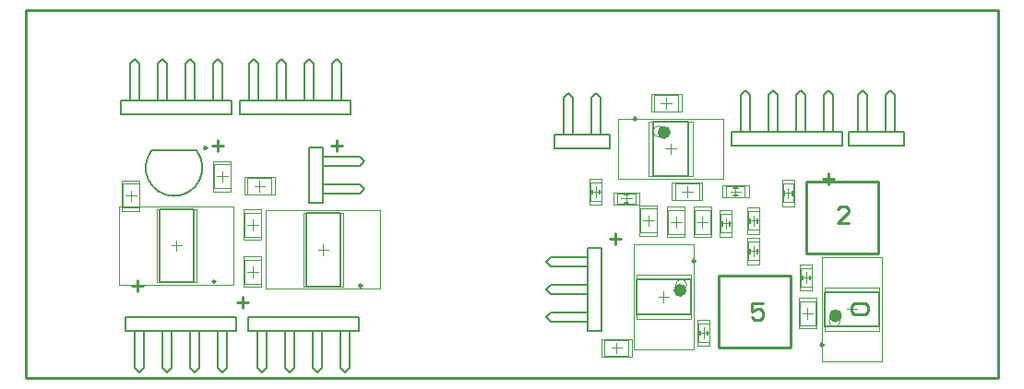
<source format=gto>
G04 Layer_Color=65535*
%FSLAX25Y25*%
%MOIN*%
G70*
G01*
G75*
%ADD18C,0.01000*%
%ADD19C,0.00394*%
%ADD20C,0.00197*%
%ADD25C,0.00984*%
%ADD26C,0.00787*%
%ADD27C,0.02362*%
D18*
X632501Y167000D02*
Y170999D01*
X630501Y168999D02*
X634500D01*
X453000Y180999D02*
X456999D01*
X454999Y182998D02*
Y179000D01*
X381000Y130499D02*
X384999D01*
X382999Y132498D02*
Y128500D01*
X410000Y180999D02*
X413999D01*
X411999Y182998D02*
Y179000D01*
X419000Y124499D02*
X422999D01*
X420999Y126498D02*
Y122500D01*
X641002Y122999D02*
Y121000D01*
X642002Y120000D01*
X646000D01*
X647000Y121000D01*
Y122999D01*
X646000Y123999D01*
X642002D01*
X641002Y122999D01*
X608999Y123998D02*
X605000D01*
Y120999D01*
X606999Y121999D01*
X607999D01*
X608999Y120999D01*
Y119000D01*
X607999Y118000D01*
X606000D01*
X605000Y119000D01*
X639999Y153000D02*
X636000D01*
X639999Y156999D01*
Y157998D01*
X638999Y158998D01*
X637000D01*
X636000Y157998D01*
X555499Y149500D02*
Y145501D01*
X557498Y147501D02*
X553500D01*
X593000Y134000D02*
X619000D01*
X593000Y108000D02*
Y134000D01*
Y108000D02*
X618992D01*
Y133992D01*
X624500Y142000D02*
Y168000D01*
Y142000D02*
X650500D01*
Y167992D01*
X624508D02*
X650500D01*
X342500Y97000D02*
X429000D01*
X342500Y230000D02*
X694000D01*
Y97000D02*
Y230000D01*
X429000Y97000D02*
X694000D01*
X342500D02*
Y230000D01*
D19*
X388000Y179500D02*
G03*
X404133Y179500I8066J-6302D01*
G01*
X387934Y179799D02*
X404066D01*
X573138Y186299D02*
G03*
X573138Y186299I-1969J0D01*
G01*
X581268Y130831D02*
G03*
X581268Y130831I-1969J0D01*
G01*
X636669Y117669D02*
G03*
X636669Y117669I-1969J0D01*
G01*
X457283Y130311D02*
Y156689D01*
X442717Y130311D02*
Y156689D01*
Y130311D02*
X457283D01*
X442717Y156689D02*
X457283D01*
X404283Y131811D02*
Y158189D01*
X389717Y131811D02*
Y158189D01*
Y131811D02*
X404283D01*
X389717Y158189D02*
X404283D01*
X431331Y163646D02*
Y169354D01*
X422669Y163646D02*
Y169354D01*
Y163646D02*
X431331D01*
X422669Y169354D02*
X431331D01*
X410646Y174331D02*
X416354D01*
X410646Y165669D02*
X416354D01*
Y174331D01*
X410646Y165669D02*
Y174331D01*
X377646Y167331D02*
X383354D01*
X377646Y158669D02*
X383354D01*
Y167331D01*
X377646Y158669D02*
Y167331D01*
X421646Y139831D02*
X427354D01*
X421646Y131169D02*
X427354D01*
Y139831D01*
X421646Y131169D02*
Y139831D01*
Y156831D02*
X427354D01*
X421646Y148169D02*
X427354D01*
Y156831D01*
X421646Y148169D02*
Y156831D01*
X622146Y124831D02*
X627854D01*
X622146Y116169D02*
X627854D01*
Y124831D01*
X622146Y116169D02*
Y124831D01*
X551669Y105146D02*
Y110854D01*
X560331Y105146D02*
Y110854D01*
X551669D02*
X560331D01*
X551669Y105146D02*
X560331D01*
X569569Y193646D02*
Y199354D01*
X578231Y193646D02*
Y199354D01*
X569569D02*
X578231D01*
X569569Y193646D02*
X578231D01*
X589854Y149169D02*
Y157831D01*
X584146Y149169D02*
Y157831D01*
X589854D01*
X584146Y149169D02*
X589854D01*
X546630Y167846D02*
X550370D01*
X546630Y161154D02*
X550370D01*
Y167846D01*
X546630Y161154D02*
Y167846D01*
X574646Y149169D02*
Y157831D01*
X580354Y149169D02*
Y157831D01*
X574646Y149169D02*
X580354D01*
X574646Y157831D02*
X580354D01*
X577169Y161646D02*
X585831D01*
X577169Y167354D02*
X585831D01*
Y161646D02*
Y167354D01*
X577169Y161646D02*
Y167354D01*
X564646Y149669D02*
Y158331D01*
X570354Y149669D02*
Y158331D01*
X564646Y149669D02*
X570354D01*
X564646Y158331D02*
X570354D01*
X567626Y170157D02*
Y189843D01*
X583374Y170157D02*
Y189843D01*
X567626D02*
X583374D01*
X567626Y170157D02*
X583374D01*
X563157Y134374D02*
X582843D01*
X563157Y118626D02*
X582843D01*
Y134374D01*
X563157Y118626D02*
Y134374D01*
X631157Y114126D02*
X650843D01*
X631157Y129874D02*
X650843D01*
X631157Y114126D02*
Y129874D01*
X650843Y114126D02*
Y129874D01*
X593630Y149654D02*
X597370D01*
X593630Y156346D02*
X597370D01*
X593630Y149654D02*
Y156346D01*
X597370Y149654D02*
Y156346D01*
X562846Y160130D02*
Y163870D01*
X556154Y160130D02*
Y163870D01*
Y160130D02*
X562846D01*
X556154Y163870D02*
X562846D01*
X595654Y162630D02*
Y166370D01*
X602346Y162630D02*
Y166370D01*
X595654D02*
X602346D01*
X595654Y162630D02*
X602346D01*
X603630Y146346D02*
X607370D01*
X603630Y139654D02*
X607370D01*
Y146346D01*
X603630Y139654D02*
Y146346D01*
X616130Y167346D02*
X619870D01*
X616130Y160654D02*
X619870D01*
Y167346D01*
X616130Y160654D02*
Y167346D01*
X585630Y116846D02*
X589370D01*
X585630Y110154D02*
X589370D01*
Y116846D01*
X585630Y110154D02*
Y116846D01*
X603630Y157346D02*
X607370D01*
X603630Y150654D02*
X607370D01*
Y157346D01*
X603630Y150654D02*
Y157346D01*
X622630Y130154D02*
X626370D01*
X622630Y136846D02*
X626370D01*
X622630Y130154D02*
Y136846D01*
X626370Y130154D02*
Y136846D01*
X448031Y143500D02*
X451968D01*
X450000Y141531D02*
Y145469D01*
X395031Y145000D02*
X398968D01*
X397000Y143031D02*
Y146969D01*
X432512Y163350D02*
Y169650D01*
X421488Y163350D02*
Y169650D01*
Y163350D02*
X432512D01*
X421488Y169650D02*
X432512D01*
X425031Y166500D02*
X428968D01*
X427000Y164531D02*
Y168468D01*
X410350Y175512D02*
X416650D01*
X410350Y164488D02*
X416650D01*
Y175512D01*
X410350Y164488D02*
Y175512D01*
X413500Y168031D02*
Y171968D01*
X411532Y170000D02*
X415469D01*
X377350Y168512D02*
X383650D01*
X377350Y157488D02*
X383650D01*
Y168512D01*
X377350Y157488D02*
Y168512D01*
X380500Y161031D02*
Y164968D01*
X378532Y163000D02*
X382469D01*
X421350Y141012D02*
X427650D01*
X421350Y129988D02*
X427650D01*
Y141012D01*
X421350Y129988D02*
Y141012D01*
X424500Y133531D02*
Y137468D01*
X422532Y135500D02*
X426469D01*
X421350Y158012D02*
X427650D01*
X421350Y146988D02*
X427650D01*
Y158012D01*
X421350Y146988D02*
Y158012D01*
X424500Y150531D02*
Y154468D01*
X422532Y152500D02*
X426469D01*
X621850Y126012D02*
X628150D01*
X621850Y114988D02*
X628150D01*
Y126012D01*
X621850Y114988D02*
Y126012D01*
X625000Y118531D02*
Y122468D01*
X623032Y120500D02*
X626969D01*
X550488Y104850D02*
Y111150D01*
X561512Y104850D02*
Y111150D01*
X550488D02*
X561512D01*
X550488Y104850D02*
X561512D01*
X554032Y108000D02*
X557969D01*
X556000Y106032D02*
Y109969D01*
X568388Y193350D02*
Y199650D01*
X579412Y193350D02*
Y199650D01*
X568388D02*
X579412D01*
X568388Y193350D02*
X579412D01*
X571932Y196500D02*
X575869D01*
X573900Y194532D02*
Y198469D01*
X585031Y153500D02*
X588968D01*
X587000Y151532D02*
Y155469D01*
X590150Y147988D02*
Y159012D01*
X583850Y147988D02*
Y159012D01*
X590150D01*
X583850Y147988D02*
X590150D01*
X546335Y169224D02*
X550665D01*
X546335Y159776D02*
X550665D01*
Y169224D01*
X546335Y159776D02*
Y169224D01*
X548500Y162630D02*
Y166370D01*
X546630Y164500D02*
X550370D01*
X575532Y153500D02*
X579469D01*
X577500Y151531D02*
Y155468D01*
X574350Y147988D02*
Y159012D01*
X580650Y147988D02*
Y159012D01*
X574350Y147988D02*
X580650D01*
X574350Y159012D02*
X580650D01*
X581500Y162532D02*
Y166469D01*
X579532Y164500D02*
X583469D01*
X575988Y161350D02*
X587012D01*
X575988Y167650D02*
X587012D01*
Y161350D02*
Y167650D01*
X575988Y161350D02*
Y167650D01*
X565532Y154000D02*
X569469D01*
X567500Y152031D02*
Y155968D01*
X564350Y148488D02*
Y159512D01*
X570650Y148488D02*
Y159512D01*
X564350Y148488D02*
X570650D01*
X564350Y159512D02*
X570650D01*
X573532Y180000D02*
X577469D01*
X575500Y178031D02*
Y181968D01*
X573000Y124531D02*
Y128468D01*
X571032Y126500D02*
X574969D01*
X641000Y120031D02*
Y123968D01*
X639031Y122000D02*
X642968D01*
X593335Y148276D02*
X597665D01*
X593335Y157724D02*
X597665D01*
X593335Y148276D02*
Y157724D01*
X597665Y148276D02*
Y157724D01*
X595500Y151130D02*
Y154870D01*
X593630Y153000D02*
X597370D01*
X564224Y159835D02*
Y164165D01*
X554776Y159835D02*
Y164165D01*
Y159835D02*
X564224D01*
X554776Y164165D02*
X564224D01*
X557630Y162000D02*
X561370D01*
X559500Y160130D02*
Y163870D01*
X594276Y162335D02*
Y166665D01*
X603724Y162335D02*
Y166665D01*
X594276D02*
X603724D01*
X594276Y162335D02*
X603724D01*
X597130Y164500D02*
X600870D01*
X599000Y162630D02*
Y166370D01*
X603335Y147724D02*
X607665D01*
X603335Y138276D02*
X607665D01*
Y147724D01*
X603335Y138276D02*
Y147724D01*
X605500Y141130D02*
Y144870D01*
X603630Y143000D02*
X607370D01*
X615835Y168724D02*
X620165D01*
X615835Y159276D02*
X620165D01*
Y168724D01*
X615835Y159276D02*
Y168724D01*
X618000Y162130D02*
Y165870D01*
X616130Y164000D02*
X619870D01*
X585335Y118224D02*
X589665D01*
X585335Y108776D02*
X589665D01*
Y118224D01*
X585335Y108776D02*
Y118224D01*
X587500Y111630D02*
Y115370D01*
X585630Y113500D02*
X589370D01*
X603335Y158724D02*
X607665D01*
X603335Y149276D02*
X607665D01*
Y158724D01*
X603335Y149276D02*
Y158724D01*
X605500Y152130D02*
Y155870D01*
X603630Y154000D02*
X607370D01*
X622335Y128776D02*
X626665D01*
X622335Y138224D02*
X626665D01*
X622335Y128776D02*
Y138224D01*
X626665Y128776D02*
Y138224D01*
X624500Y131630D02*
Y135370D01*
X622630Y133500D02*
X626370D01*
D20*
X470669Y129327D02*
Y157673D01*
X429331Y129327D02*
Y157673D01*
Y129327D02*
X470669D01*
X429331Y157673D02*
X470669D01*
X417669Y130827D02*
Y159173D01*
X376331Y130827D02*
Y159173D01*
Y130827D02*
X417669D01*
X376331Y159173D02*
X417669D01*
X556602Y169173D02*
Y190827D01*
X594398Y169173D02*
Y190827D01*
X556602D02*
X594398D01*
X556602Y169173D02*
X594398D01*
X562173Y145398D02*
X583827D01*
X562173Y107602D02*
X583827D01*
Y145398D01*
X562173Y107602D02*
Y145398D01*
X630173Y103102D02*
X651827D01*
X630173Y140898D02*
X651827D01*
X630173Y103102D02*
Y140898D01*
X651827Y103102D02*
Y140898D01*
D25*
X463976Y130508D02*
G03*
X463976Y130508I-492J0D01*
G01*
X410976Y132008D02*
G03*
X410976Y132008I-492J0D01*
G01*
X407909Y180327D02*
G03*
X407909Y180327I-492J0D01*
G01*
X563098Y190847D02*
G03*
X563098Y190847I-492J0D01*
G01*
X584339Y139394D02*
G03*
X584339Y139394I-492J0D01*
G01*
X630646Y109106D02*
G03*
X630646Y109106I-492J0D01*
G01*
D26*
X388000Y179500D02*
G03*
X404133Y179500I8066J-6302D01*
G01*
X420000Y197500D02*
X460000D01*
X420000Y192500D02*
Y197500D01*
X460000Y192500D02*
Y197500D01*
X456667D02*
Y210833D01*
X455000Y212500D02*
X456667Y210833D01*
X453333D02*
X455000Y212500D01*
X453333Y197500D02*
Y210833D01*
X446667Y197500D02*
Y210833D01*
X445000Y212500D02*
X446667Y210833D01*
X443333D02*
X445000Y212500D01*
X443333Y197500D02*
Y210833D01*
X436667Y197500D02*
Y210833D01*
X435000Y212500D02*
X436667Y210833D01*
X433333D02*
X435000Y212500D01*
X433333Y197500D02*
Y210833D01*
X426667Y197500D02*
Y210833D01*
X425000Y212500D02*
X426667Y210833D01*
X423333D02*
X425000Y212500D01*
X423333Y197500D02*
Y210833D01*
X420000Y192500D02*
X460000D01*
X378500Y114000D02*
X418500D01*
Y119000D01*
X378500Y114000D02*
Y119000D01*
X381833Y100667D02*
Y114000D01*
Y100667D02*
X383500Y99000D01*
X385167Y100667D01*
Y114000D01*
X391833Y100667D02*
Y114000D01*
Y100667D02*
X393500Y99000D01*
X395167Y100667D01*
Y114000D01*
X401833Y100667D02*
Y114000D01*
Y100667D02*
X403500Y99000D01*
X405167Y100667D01*
Y114000D01*
X411833Y100667D02*
Y114000D01*
Y100667D02*
X413500Y99000D01*
X415167Y100667D01*
Y114000D01*
X378500Y119000D02*
X418500D01*
X377000Y197500D02*
X417000D01*
X377000Y192500D02*
Y197500D01*
X417000Y192500D02*
Y197500D01*
X413667D02*
Y210833D01*
X412000Y212500D02*
X413667Y210833D01*
X410333D02*
X412000Y212500D01*
X410333Y197500D02*
Y210833D01*
X403667Y197500D02*
Y210833D01*
X402000Y212500D02*
X403667Y210833D01*
X400333D02*
X402000Y212500D01*
X400333Y197500D02*
Y210833D01*
X393667Y197500D02*
Y210833D01*
X392000Y212500D02*
X393667Y210833D01*
X390333D02*
X392000Y212500D01*
X390333Y197500D02*
Y210833D01*
X383667Y197500D02*
Y210833D01*
X382000Y212500D02*
X383667Y210833D01*
X380333D02*
X382000Y212500D01*
X380333Y197500D02*
Y210833D01*
X377000Y192500D02*
X417000D01*
X423000Y114000D02*
X463000D01*
Y119000D01*
X423000Y114000D02*
Y119000D01*
X426333Y100667D02*
Y114000D01*
Y100667D02*
X428000Y99000D01*
X429667Y100667D01*
Y114000D01*
X436333Y100667D02*
Y114000D01*
Y100667D02*
X438000Y99000D01*
X439667Y100667D01*
Y114000D01*
X446333Y100667D02*
Y114000D01*
Y100667D02*
X448000Y99000D01*
X449667Y100667D01*
Y114000D01*
X456333Y100667D02*
Y114000D01*
Y100667D02*
X458000Y99000D01*
X459667Y100667D01*
Y114000D01*
X423000Y119000D02*
X463000D01*
X450000Y160500D02*
Y180500D01*
X445000D02*
X450000D01*
X445000Y160500D02*
X450000D01*
X445000D02*
Y180500D01*
X450000Y163833D02*
X463333D01*
X465000Y165500D01*
X463333Y167167D02*
X465000Y165500D01*
X450000Y167167D02*
X463333D01*
X450000Y173833D02*
X463333D01*
X465000Y175500D01*
X463333Y177167D02*
X465000Y175500D01*
X450000Y177167D02*
X463333D01*
X456102Y130311D02*
Y156689D01*
X443898Y130311D02*
Y156689D01*
Y130311D02*
X456102D01*
X443898Y156689D02*
X456102D01*
X403102Y131811D02*
Y158189D01*
X390898Y131811D02*
Y158189D01*
Y131811D02*
X403102D01*
X390898Y158189D02*
X403102D01*
X388000Y179500D02*
X404133D01*
X549878Y163713D02*
Y165287D01*
X547122Y163713D02*
Y165287D01*
X569201Y170157D02*
Y189843D01*
X581799Y170157D02*
Y189843D01*
X569201D02*
X581799D01*
X569201Y170157D02*
X581799D01*
X563157Y132799D02*
X582843D01*
X563157Y120201D02*
X582843D01*
Y132799D01*
X563157Y120201D02*
Y132799D01*
X631157Y115701D02*
X650843D01*
X631157Y128299D02*
X650843D01*
X631157Y115701D02*
Y128299D01*
X650843Y115701D02*
Y128299D01*
X597500Y181000D02*
X637500D01*
X600833Y186000D02*
Y199333D01*
X602500Y201000D01*
X604167Y199333D01*
Y186000D02*
Y199333D01*
X610833Y186000D02*
Y199333D01*
X612500Y201000D01*
X614167Y199333D01*
Y186000D02*
Y199333D01*
X620833Y186000D02*
Y199333D01*
X622500Y201000D01*
X624167Y199333D01*
Y186000D02*
Y199333D01*
X630833Y186000D02*
Y199333D01*
X632500Y201000D01*
X634167Y199333D01*
Y186000D02*
Y199333D01*
X637500Y181000D02*
Y186000D01*
X597500Y181000D02*
Y186000D01*
X637500D01*
X536833Y185000D02*
Y198333D01*
X538500Y200000D01*
X540167Y198333D01*
Y185000D02*
Y198333D01*
X546833Y185000D02*
Y198333D01*
Y198333D02*
X548500Y200000D01*
X550167Y198333D01*
Y185000D02*
Y198333D01*
X533500Y180000D02*
X553500D01*
Y185000D01*
X533500Y180000D02*
Y185000D01*
X553500D01*
X643333Y186000D02*
Y199333D01*
X645000Y201000D01*
X646667Y199333D01*
Y186000D02*
Y199333D01*
X653333Y186000D02*
Y199333D01*
X655000Y201000D01*
X656667Y199333D01*
Y186000D02*
Y199333D01*
X640000Y181000D02*
X660000D01*
Y186000D01*
X640000Y181000D02*
Y186000D01*
X660000D01*
X594122Y152213D02*
Y153787D01*
X596878Y152213D02*
Y153787D01*
X558713Y160622D02*
X560287D01*
X558713Y163378D02*
X560287D01*
X598213Y165878D02*
X599787D01*
X598213Y163122D02*
X599787D01*
X606878Y142213D02*
Y143787D01*
X604122Y142213D02*
Y143787D01*
X619378Y163213D02*
Y164787D01*
X616622Y163213D02*
Y164787D01*
X588878Y112713D02*
Y114287D01*
X586122Y112713D02*
Y114287D01*
X606878Y153213D02*
Y154787D01*
X604122Y153213D02*
Y154787D01*
X623122Y132713D02*
Y134287D01*
X625878Y132713D02*
Y134287D01*
X545500Y114000D02*
Y144000D01*
Y114000D02*
X550500D01*
X545500Y144000D02*
X550500D01*
Y114000D02*
Y144000D01*
X532167Y140667D02*
X545500D01*
X530500Y139000D02*
X532167Y140667D01*
X530500Y139000D02*
X532167Y137333D01*
X545500D01*
X532167Y130667D02*
X545500D01*
X530500Y129000D02*
X532167Y130667D01*
X530500Y129000D02*
X532167Y127333D01*
X545500D01*
X532167Y120667D02*
X545500D01*
X530500Y119000D02*
X532167Y120667D01*
X530500Y119000D02*
X532167Y117333D01*
X545500D01*
D27*
X574319Y185906D02*
G03*
X574319Y185906I-1181J0D01*
G01*
X580087Y128862D02*
G03*
X580087Y128862I-1181J0D01*
G01*
X636276Y119638D02*
G03*
X636276Y119638I-1181J0D01*
G01*
M02*

</source>
